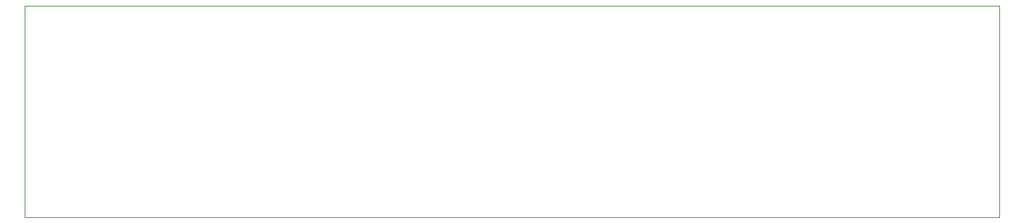
<source format=gbr>
%TF.GenerationSoftware,KiCad,Pcbnew,(5.1.9)-1*%
%TF.CreationDate,2021-05-23T15:32:32+02:00*%
%TF.ProjectId,Engine_Test,456e6769-6e65-45f5-9465-73742e6b6963,rev?*%
%TF.SameCoordinates,Original*%
%TF.FileFunction,Profile,NP*%
%FSLAX46Y46*%
G04 Gerber Fmt 4.6, Leading zero omitted, Abs format (unit mm)*
G04 Created by KiCad (PCBNEW (5.1.9)-1) date 2021-05-23 15:32:32*
%MOMM*%
%LPD*%
G01*
G04 APERTURE LIST*
%TA.AperFunction,Profile*%
%ADD10C,0.050000*%
%TD*%
G04 APERTURE END LIST*
D10*
X109855000Y-84455000D02*
X109855000Y-85090000D01*
X223520000Y-109220000D02*
X109855000Y-109220000D01*
X109855000Y-84455000D02*
X223520000Y-84455000D01*
X109855000Y-85090000D02*
X109855000Y-109220000D01*
X223520000Y-109220000D02*
X223520000Y-88265000D01*
X223520000Y-84455000D02*
X223520000Y-88265000D01*
M02*

</source>
